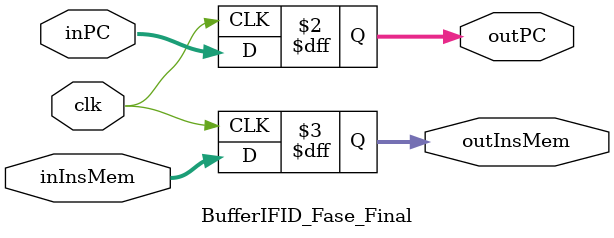
<source format=v>
module BufferIFID_Fase_Final(
	input [31:0]inPC, inInsMem,
	input clk,
	output reg [31:0]outPC, outInsMem
);

//2 - Declaracion de cables y registros

//3 - Cuerpo del modulo

//Bloque secuencial
always @(posedge clk)
begin
	outPC = inPC;
	outInsMem = inInsMem;
end

endmodule


</source>
